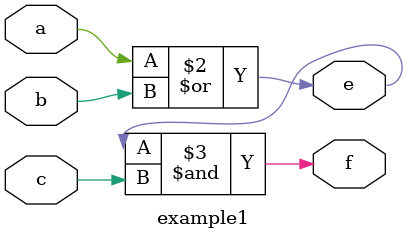
<source format=v>
module example1(a, b, c, e,f);
  input a,b,c;
  output e, f;
  reg e, f;

  always@(a or b or c)
    begin
      e = a|b;
      f = e&c;
    end
endmodule

</source>
